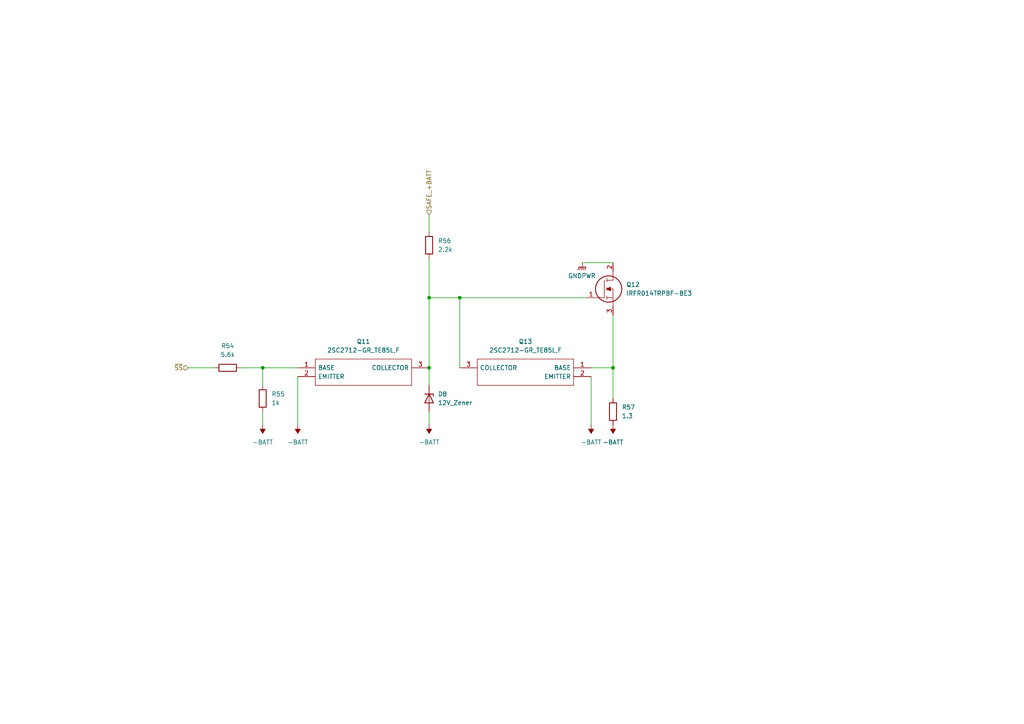
<source format=kicad_sch>
(kicad_sch
	(version 20231120)
	(generator "eeschema")
	(generator_version "8.0")
	(uuid "e741f8a5-9519-43a7-b27f-9360360ce858")
	(paper "A4")
	(lib_symbols
		(symbol "Device:D_Zener"
			(pin_numbers hide)
			(pin_names
				(offset 1.016) hide)
			(exclude_from_sim no)
			(in_bom yes)
			(on_board yes)
			(property "Reference" "D"
				(at 0 2.54 0)
				(effects
					(font
						(size 1.27 1.27)
					)
				)
			)
			(property "Value" "D_Zener"
				(at 0 -2.54 0)
				(effects
					(font
						(size 1.27 1.27)
					)
				)
			)
			(property "Footprint" ""
				(at 0 0 0)
				(effects
					(font
						(size 1.27 1.27)
					)
					(hide yes)
				)
			)
			(property "Datasheet" "~"
				(at 0 0 0)
				(effects
					(font
						(size 1.27 1.27)
					)
					(hide yes)
				)
			)
			(property "Description" "Zener diode"
				(at 0 0 0)
				(effects
					(font
						(size 1.27 1.27)
					)
					(hide yes)
				)
			)
			(property "ki_keywords" "diode"
				(at 0 0 0)
				(effects
					(font
						(size 1.27 1.27)
					)
					(hide yes)
				)
			)
			(property "ki_fp_filters" "TO-???* *_Diode_* *SingleDiode* D_*"
				(at 0 0 0)
				(effects
					(font
						(size 1.27 1.27)
					)
					(hide yes)
				)
			)
			(symbol "D_Zener_0_1"
				(polyline
					(pts
						(xy 1.27 0) (xy -1.27 0)
					)
					(stroke
						(width 0)
						(type default)
					)
					(fill
						(type none)
					)
				)
				(polyline
					(pts
						(xy -1.27 -1.27) (xy -1.27 1.27) (xy -0.762 1.27)
					)
					(stroke
						(width 0.254)
						(type default)
					)
					(fill
						(type none)
					)
				)
				(polyline
					(pts
						(xy 1.27 -1.27) (xy 1.27 1.27) (xy -1.27 0) (xy 1.27 -1.27)
					)
					(stroke
						(width 0.254)
						(type default)
					)
					(fill
						(type none)
					)
				)
			)
			(symbol "D_Zener_1_1"
				(pin passive line
					(at -3.81 0 0)
					(length 2.54)
					(name "K"
						(effects
							(font
								(size 1.27 1.27)
							)
						)
					)
					(number "1"
						(effects
							(font
								(size 1.27 1.27)
							)
						)
					)
				)
				(pin passive line
					(at 3.81 0 180)
					(length 2.54)
					(name "A"
						(effects
							(font
								(size 1.27 1.27)
							)
						)
					)
					(number "2"
						(effects
							(font
								(size 1.27 1.27)
							)
						)
					)
				)
			)
		)
		(symbol "Device:R"
			(pin_numbers hide)
			(pin_names
				(offset 0)
			)
			(exclude_from_sim no)
			(in_bom yes)
			(on_board yes)
			(property "Reference" "R"
				(at 2.032 0 90)
				(effects
					(font
						(size 1.27 1.27)
					)
				)
			)
			(property "Value" "R"
				(at 0 0 90)
				(effects
					(font
						(size 1.27 1.27)
					)
				)
			)
			(property "Footprint" ""
				(at -1.778 0 90)
				(effects
					(font
						(size 1.27 1.27)
					)
					(hide yes)
				)
			)
			(property "Datasheet" "~"
				(at 0 0 0)
				(effects
					(font
						(size 1.27 1.27)
					)
					(hide yes)
				)
			)
			(property "Description" "Resistor"
				(at 0 0 0)
				(effects
					(font
						(size 1.27 1.27)
					)
					(hide yes)
				)
			)
			(property "ki_keywords" "R res resistor"
				(at 0 0 0)
				(effects
					(font
						(size 1.27 1.27)
					)
					(hide yes)
				)
			)
			(property "ki_fp_filters" "R_*"
				(at 0 0 0)
				(effects
					(font
						(size 1.27 1.27)
					)
					(hide yes)
				)
			)
			(symbol "R_0_1"
				(rectangle
					(start -1.016 -2.54)
					(end 1.016 2.54)
					(stroke
						(width 0.254)
						(type default)
					)
					(fill
						(type none)
					)
				)
			)
			(symbol "R_1_1"
				(pin passive line
					(at 0 3.81 270)
					(length 1.27)
					(name "~"
						(effects
							(font
								(size 1.27 1.27)
							)
						)
					)
					(number "1"
						(effects
							(font
								(size 1.27 1.27)
							)
						)
					)
				)
				(pin passive line
					(at 0 -3.81 90)
					(length 1.27)
					(name "~"
						(effects
							(font
								(size 1.27 1.27)
							)
						)
					)
					(number "2"
						(effects
							(font
								(size 1.27 1.27)
							)
						)
					)
				)
			)
		)
		(symbol "SamacSys_Parts:2SC2712-GR_TE85L,F"
			(pin_names
				(offset 0.762)
			)
			(exclude_from_sim no)
			(in_bom yes)
			(on_board yes)
			(property "Reference" "Q"
				(at 34.29 7.62 0)
				(effects
					(font
						(size 1.27 1.27)
					)
					(justify left)
				)
			)
			(property "Value" "2SC2712-GR_TE85L,F"
				(at 34.29 5.08 0)
				(effects
					(font
						(size 1.27 1.27)
					)
					(justify left)
				)
			)
			(property "Footprint" "SOT95P260X156-3N"
				(at 34.29 2.54 0)
				(effects
					(font
						(size 1.27 1.27)
					)
					(justify left)
					(hide yes)
				)
			)
			(property "Datasheet" "https://toshiba.semicon-storage.com/info/docget.jsp?did=19227&prodName=2SC2712"
				(at 34.29 0 0)
				(effects
					(font
						(size 1.27 1.27)
					)
					(justify left)
					(hide yes)
				)
			)
			(property "Description" "Bipolar Transistors - BJT 150mA 50V"
				(at 0 0 0)
				(effects
					(font
						(size 1.27 1.27)
					)
					(hide yes)
				)
			)
			(property "Description_1" "Bipolar Transistors - BJT 150mA 50V"
				(at 34.29 -2.54 0)
				(effects
					(font
						(size 1.27 1.27)
					)
					(justify left)
					(hide yes)
				)
			)
			(property "Height" "1.56"
				(at 34.29 -5.08 0)
				(effects
					(font
						(size 1.27 1.27)
					)
					(justify left)
					(hide yes)
				)
			)
			(property "Manufacturer_Name" "Toshiba"
				(at 34.29 -7.62 0)
				(effects
					(font
						(size 1.27 1.27)
					)
					(justify left)
					(hide yes)
				)
			)
			(property "Manufacturer_Part_Number" "2SC2712-GR(TE85L,F"
				(at 34.29 -10.16 0)
				(effects
					(font
						(size 1.27 1.27)
					)
					(justify left)
					(hide yes)
				)
			)
			(property "Mouser Part Number" "757-2SC2712-GRTE85LF"
				(at 34.29 -12.7 0)
				(effects
					(font
						(size 1.27 1.27)
					)
					(justify left)
					(hide yes)
				)
			)
			(property "Mouser Price/Stock" "https://www.mouser.co.uk/ProductDetail/Toshiba/2SC2712-GRTE85LF?qs=f0GatGUIxV0SO9AeNG4Chw%3D%3D"
				(at 34.29 -15.24 0)
				(effects
					(font
						(size 1.27 1.27)
					)
					(justify left)
					(hide yes)
				)
			)
			(property "Arrow Part Number" "2SC2712-GR(TE85L,F"
				(at 34.29 -17.78 0)
				(effects
					(font
						(size 1.27 1.27)
					)
					(justify left)
					(hide yes)
				)
			)
			(property "Arrow Price/Stock" "https://www.arrow.com/en/products/2sc2712-gr-te85lf/toshiba?region=nac"
				(at 34.29 -20.32 0)
				(effects
					(font
						(size 1.27 1.27)
					)
					(justify left)
					(hide yes)
				)
			)
			(symbol "2SC2712-GR_TE85L,F_0_0"
				(pin passive line
					(at 0 0 0)
					(length 5.08)
					(name "BASE"
						(effects
							(font
								(size 1.27 1.27)
							)
						)
					)
					(number "1"
						(effects
							(font
								(size 1.27 1.27)
							)
						)
					)
				)
				(pin passive line
					(at 0 -2.54 0)
					(length 5.08)
					(name "EMITTER"
						(effects
							(font
								(size 1.27 1.27)
							)
						)
					)
					(number "2"
						(effects
							(font
								(size 1.27 1.27)
							)
						)
					)
				)
				(pin passive line
					(at 38.1 0 180)
					(length 5.08)
					(name "COLLECTOR"
						(effects
							(font
								(size 1.27 1.27)
							)
						)
					)
					(number "3"
						(effects
							(font
								(size 1.27 1.27)
							)
						)
					)
				)
			)
			(symbol "2SC2712-GR_TE85L,F_0_1"
				(polyline
					(pts
						(xy 5.08 2.54) (xy 33.02 2.54) (xy 33.02 -5.08) (xy 5.08 -5.08) (xy 5.08 2.54)
					)
					(stroke
						(width 0.1524)
						(type solid)
					)
					(fill
						(type none)
					)
				)
			)
		)
		(symbol "SamacSys_Parts:IRFR014TRPBF-BE3"
			(pin_names
				(offset 0.762)
			)
			(exclude_from_sim no)
			(in_bom yes)
			(on_board yes)
			(property "Reference" "Q"
				(at 11.43 3.81 0)
				(effects
					(font
						(size 1.27 1.27)
					)
					(justify left)
				)
			)
			(property "Value" "IRFR014TRPBF-BE3"
				(at 11.43 1.27 0)
				(effects
					(font
						(size 1.27 1.27)
					)
					(justify left)
				)
			)
			(property "Footprint" "IRFR014TRPBFBE3"
				(at 11.43 -1.27 0)
				(effects
					(font
						(size 1.27 1.27)
					)
					(justify left)
					(hide yes)
				)
			)
			(property "Datasheet" "https://www.vishay.com/docs/91263/sihfr014.pdf"
				(at 11.43 -3.81 0)
				(effects
					(font
						(size 1.27 1.27)
					)
					(justify left)
					(hide yes)
				)
			)
			(property "Description" "MOSFET 60V  N-CHANNEL"
				(at 0 0 0)
				(effects
					(font
						(size 1.27 1.27)
					)
					(hide yes)
				)
			)
			(property "Description_1" "MOSFET 60V  N-CHANNEL"
				(at 11.43 -6.35 0)
				(effects
					(font
						(size 1.27 1.27)
					)
					(justify left)
					(hide yes)
				)
			)
			(property "Height" "2.507"
				(at 11.43 -8.89 0)
				(effects
					(font
						(size 1.27 1.27)
					)
					(justify left)
					(hide yes)
				)
			)
			(property "Manufacturer_Name" "Vishay"
				(at 11.43 -11.43 0)
				(effects
					(font
						(size 1.27 1.27)
					)
					(justify left)
					(hide yes)
				)
			)
			(property "Manufacturer_Part_Number" "IRFR014TRPBF-BE3"
				(at 11.43 -13.97 0)
				(effects
					(font
						(size 1.27 1.27)
					)
					(justify left)
					(hide yes)
				)
			)
			(property "Mouser Part Number" "78-IRFR014TRPBF-BE3"
				(at 11.43 -16.51 0)
				(effects
					(font
						(size 1.27 1.27)
					)
					(justify left)
					(hide yes)
				)
			)
			(property "Mouser Price/Stock" "https://www.mouser.co.uk/ProductDetail/Vishay-Siliconix/IRFR014TRPBF-BE3?qs=7MVldsJ5UaxgWaRO4gEQGA%3D%3D"
				(at 11.43 -19.05 0)
				(effects
					(font
						(size 1.27 1.27)
					)
					(justify left)
					(hide yes)
				)
			)
			(property "Arrow Part Number" "IRFR014TRPBF-BE3"
				(at 11.43 -21.59 0)
				(effects
					(font
						(size 1.27 1.27)
					)
					(justify left)
					(hide yes)
				)
			)
			(property "Arrow Price/Stock" "https://www.arrow.com/en/products/irfr014trpbf-be3/vishay"
				(at 11.43 -24.13 0)
				(effects
					(font
						(size 1.27 1.27)
					)
					(justify left)
					(hide yes)
				)
			)
			(symbol "IRFR014TRPBF-BE3_0_0"
				(pin passive line
					(at 0 0 0)
					(length 2.54)
					(name "~"
						(effects
							(font
								(size 1.27 1.27)
							)
						)
					)
					(number "1"
						(effects
							(font
								(size 1.27 1.27)
							)
						)
					)
				)
				(pin passive line
					(at 7.62 10.16 270)
					(length 2.54)
					(name "~"
						(effects
							(font
								(size 1.27 1.27)
							)
						)
					)
					(number "2"
						(effects
							(font
								(size 1.27 1.27)
							)
						)
					)
				)
				(pin passive line
					(at 7.62 -5.08 90)
					(length 2.54)
					(name "~"
						(effects
							(font
								(size 1.27 1.27)
							)
						)
					)
					(number "3"
						(effects
							(font
								(size 1.27 1.27)
							)
						)
					)
				)
			)
			(symbol "IRFR014TRPBF-BE3_0_1"
				(polyline
					(pts
						(xy 5.842 -0.508) (xy 5.842 0.508)
					)
					(stroke
						(width 0.1524)
						(type solid)
					)
					(fill
						(type none)
					)
				)
				(polyline
					(pts
						(xy 5.842 0) (xy 7.62 0)
					)
					(stroke
						(width 0.1524)
						(type solid)
					)
					(fill
						(type none)
					)
				)
				(polyline
					(pts
						(xy 5.842 2.032) (xy 5.842 3.048)
					)
					(stroke
						(width 0.1524)
						(type solid)
					)
					(fill
						(type none)
					)
				)
				(polyline
					(pts
						(xy 5.842 5.588) (xy 5.842 4.572)
					)
					(stroke
						(width 0.1524)
						(type solid)
					)
					(fill
						(type none)
					)
				)
				(polyline
					(pts
						(xy 7.62 2.54) (xy 5.842 2.54)
					)
					(stroke
						(width 0.1524)
						(type solid)
					)
					(fill
						(type none)
					)
				)
				(polyline
					(pts
						(xy 7.62 2.54) (xy 7.62 -2.54)
					)
					(stroke
						(width 0.1524)
						(type solid)
					)
					(fill
						(type none)
					)
				)
				(polyline
					(pts
						(xy 7.62 5.08) (xy 5.842 5.08)
					)
					(stroke
						(width 0.1524)
						(type solid)
					)
					(fill
						(type none)
					)
				)
				(polyline
					(pts
						(xy 7.62 5.08) (xy 7.62 7.62)
					)
					(stroke
						(width 0.1524)
						(type solid)
					)
					(fill
						(type none)
					)
				)
				(polyline
					(pts
						(xy 2.54 0) (xy 5.08 0) (xy 5.08 5.08)
					)
					(stroke
						(width 0.1524)
						(type solid)
					)
					(fill
						(type none)
					)
				)
				(polyline
					(pts
						(xy 5.842 2.54) (xy 6.858 3.048) (xy 6.858 2.032) (xy 5.842 2.54)
					)
					(stroke
						(width 0.254)
						(type solid)
					)
					(fill
						(type outline)
					)
				)
				(circle
					(center 6.35 2.54)
					(radius 3.81)
					(stroke
						(width 0.254)
						(type solid)
					)
					(fill
						(type none)
					)
				)
			)
		)
		(symbol "power:-BATT"
			(power)
			(pin_numbers hide)
			(pin_names
				(offset 0) hide)
			(exclude_from_sim no)
			(in_bom yes)
			(on_board yes)
			(property "Reference" "#PWR"
				(at 0 -3.81 0)
				(effects
					(font
						(size 1.27 1.27)
					)
					(hide yes)
				)
			)
			(property "Value" "-BATT"
				(at 0 3.556 0)
				(effects
					(font
						(size 1.27 1.27)
					)
				)
			)
			(property "Footprint" ""
				(at 0 0 0)
				(effects
					(font
						(size 1.27 1.27)
					)
					(hide yes)
				)
			)
			(property "Datasheet" ""
				(at 0 0 0)
				(effects
					(font
						(size 1.27 1.27)
					)
					(hide yes)
				)
			)
			(property "Description" "Power symbol creates a global label with name \"-BATT\""
				(at 0 0 0)
				(effects
					(font
						(size 1.27 1.27)
					)
					(hide yes)
				)
			)
			(property "ki_keywords" "global power battery"
				(at 0 0 0)
				(effects
					(font
						(size 1.27 1.27)
					)
					(hide yes)
				)
			)
			(symbol "-BATT_0_1"
				(polyline
					(pts
						(xy 0 0) (xy 0 2.54)
					)
					(stroke
						(width 0)
						(type default)
					)
					(fill
						(type none)
					)
				)
				(polyline
					(pts
						(xy 0.762 1.27) (xy -0.762 1.27) (xy 0 2.54) (xy 0.762 1.27)
					)
					(stroke
						(width 0)
						(type default)
					)
					(fill
						(type outline)
					)
				)
			)
			(symbol "-BATT_1_1"
				(pin power_in line
					(at 0 0 90)
					(length 0)
					(name "~"
						(effects
							(font
								(size 1.27 1.27)
							)
						)
					)
					(number "1"
						(effects
							(font
								(size 1.27 1.27)
							)
						)
					)
				)
			)
		)
		(symbol "power:GNDPWR"
			(power)
			(pin_numbers hide)
			(pin_names
				(offset 0) hide)
			(exclude_from_sim no)
			(in_bom yes)
			(on_board yes)
			(property "Reference" "#PWR"
				(at 0 -5.08 0)
				(effects
					(font
						(size 1.27 1.27)
					)
					(hide yes)
				)
			)
			(property "Value" "GNDPWR"
				(at 0 -3.302 0)
				(effects
					(font
						(size 1.27 1.27)
					)
				)
			)
			(property "Footprint" ""
				(at 0 -1.27 0)
				(effects
					(font
						(size 1.27 1.27)
					)
					(hide yes)
				)
			)
			(property "Datasheet" ""
				(at 0 -1.27 0)
				(effects
					(font
						(size 1.27 1.27)
					)
					(hide yes)
				)
			)
			(property "Description" "Power symbol creates a global label with name \"GNDPWR\" , global ground"
				(at 0 0 0)
				(effects
					(font
						(size 1.27 1.27)
					)
					(hide yes)
				)
			)
			(property "ki_keywords" "global ground"
				(at 0 0 0)
				(effects
					(font
						(size 1.27 1.27)
					)
					(hide yes)
				)
			)
			(symbol "GNDPWR_0_1"
				(polyline
					(pts
						(xy 0 -1.27) (xy 0 0)
					)
					(stroke
						(width 0)
						(type default)
					)
					(fill
						(type none)
					)
				)
				(polyline
					(pts
						(xy -1.016 -1.27) (xy -1.27 -2.032) (xy -1.27 -2.032)
					)
					(stroke
						(width 0.2032)
						(type default)
					)
					(fill
						(type none)
					)
				)
				(polyline
					(pts
						(xy -0.508 -1.27) (xy -0.762 -2.032) (xy -0.762 -2.032)
					)
					(stroke
						(width 0.2032)
						(type default)
					)
					(fill
						(type none)
					)
				)
				(polyline
					(pts
						(xy 0 -1.27) (xy -0.254 -2.032) (xy -0.254 -2.032)
					)
					(stroke
						(width 0.2032)
						(type default)
					)
					(fill
						(type none)
					)
				)
				(polyline
					(pts
						(xy 0.508 -1.27) (xy 0.254 -2.032) (xy 0.254 -2.032)
					)
					(stroke
						(width 0.2032)
						(type default)
					)
					(fill
						(type none)
					)
				)
				(polyline
					(pts
						(xy 1.016 -1.27) (xy -1.016 -1.27) (xy -1.016 -1.27)
					)
					(stroke
						(width 0.2032)
						(type default)
					)
					(fill
						(type none)
					)
				)
				(polyline
					(pts
						(xy 1.016 -1.27) (xy 0.762 -2.032) (xy 0.762 -2.032) (xy 0.762 -2.032)
					)
					(stroke
						(width 0.2032)
						(type default)
					)
					(fill
						(type none)
					)
				)
			)
			(symbol "GNDPWR_1_1"
				(pin power_in line
					(at 0 0 270)
					(length 0)
					(name "~"
						(effects
							(font
								(size 1.27 1.27)
							)
						)
					)
					(number "1"
						(effects
							(font
								(size 1.27 1.27)
							)
						)
					)
				)
			)
		)
	)
	(junction
		(at 124.46 86.36)
		(diameter 0)
		(color 0 0 0 0)
		(uuid "05b3695b-d1d2-4af1-91c7-ce342330c80d")
	)
	(junction
		(at 76.2 106.68)
		(diameter 0)
		(color 0 0 0 0)
		(uuid "48e859ff-b983-4a00-9452-f7c57080b6ac")
	)
	(junction
		(at 177.8 106.68)
		(diameter 0)
		(color 0 0 0 0)
		(uuid "bc48db42-ddf0-4841-ac8a-45959242c524")
	)
	(junction
		(at 124.46 106.68)
		(diameter 0)
		(color 0 0 0 0)
		(uuid "bd9c8eef-d630-4558-98db-44459fa4ebc7")
	)
	(junction
		(at 133.35 86.36)
		(diameter 0)
		(color 0 0 0 0)
		(uuid "ed01d8d1-c864-4f74-8a9a-169f914c5871")
	)
	(wire
		(pts
			(xy 133.35 86.36) (xy 133.35 106.68)
		)
		(stroke
			(width 0)
			(type default)
		)
		(uuid "0eea3182-0882-4047-ae72-aeefcbdb378f")
	)
	(wire
		(pts
			(xy 76.2 106.68) (xy 76.2 111.76)
		)
		(stroke
			(width 0)
			(type default)
		)
		(uuid "19641843-42c8-4302-8b86-3cb761910c88")
	)
	(wire
		(pts
			(xy 124.46 62.23) (xy 124.46 67.31)
		)
		(stroke
			(width 0)
			(type default)
		)
		(uuid "1a3418e5-6ed5-428e-8a3a-23f35bed833e")
	)
	(wire
		(pts
			(xy 177.8 106.68) (xy 177.8 115.57)
		)
		(stroke
			(width 0)
			(type default)
		)
		(uuid "3b68a905-d700-48c7-8cbd-c88f21f4ceba")
	)
	(wire
		(pts
			(xy 86.36 109.22) (xy 86.36 123.19)
		)
		(stroke
			(width 0)
			(type default)
		)
		(uuid "3fb07f16-26fd-4bbc-8c53-c154ee706cce")
	)
	(wire
		(pts
			(xy 76.2 106.68) (xy 86.36 106.68)
		)
		(stroke
			(width 0)
			(type default)
		)
		(uuid "587fbaeb-abc4-45c1-9e38-81e0677e0dd3")
	)
	(wire
		(pts
			(xy 177.8 91.44) (xy 177.8 106.68)
		)
		(stroke
			(width 0)
			(type default)
		)
		(uuid "5902878d-e27b-48ab-93b3-e24ac672b5c4")
	)
	(wire
		(pts
			(xy 171.45 106.68) (xy 177.8 106.68)
		)
		(stroke
			(width 0)
			(type default)
		)
		(uuid "7107ba45-951d-413e-9601-15946ee7c6c7")
	)
	(wire
		(pts
			(xy 124.46 74.93) (xy 124.46 86.36)
		)
		(stroke
			(width 0)
			(type default)
		)
		(uuid "86ff3ccb-777e-4d2a-a811-4f3010fb92f8")
	)
	(wire
		(pts
			(xy 168.91 76.2) (xy 177.8 76.2)
		)
		(stroke
			(width 0)
			(type default)
		)
		(uuid "95909ec8-858e-4f34-94a5-d2a5de44d0f8")
	)
	(wire
		(pts
			(xy 124.46 86.36) (xy 124.46 106.68)
		)
		(stroke
			(width 0)
			(type default)
		)
		(uuid "98b902d6-c0b0-4dfe-8fa1-33b41ef8d829")
	)
	(wire
		(pts
			(xy 69.85 106.68) (xy 76.2 106.68)
		)
		(stroke
			(width 0)
			(type default)
		)
		(uuid "b85db7b8-993c-4c86-b6a2-389dcd0fb77f")
	)
	(wire
		(pts
			(xy 133.35 86.36) (xy 170.18 86.36)
		)
		(stroke
			(width 0)
			(type default)
		)
		(uuid "c5ddf388-b785-4163-a04e-29462ff8b3a9")
	)
	(wire
		(pts
			(xy 54.61 106.68) (xy 62.23 106.68)
		)
		(stroke
			(width 0)
			(type default)
		)
		(uuid "d25c7c7a-908b-4cb5-8e8d-8269d10d1596")
	)
	(wire
		(pts
			(xy 124.46 106.68) (xy 124.46 111.76)
		)
		(stroke
			(width 0)
			(type default)
		)
		(uuid "ea921560-1f27-4d2d-83ac-efe0d6ab0643")
	)
	(wire
		(pts
			(xy 124.46 119.38) (xy 124.46 123.19)
		)
		(stroke
			(width 0)
			(type default)
		)
		(uuid "eabacc73-a616-45d2-9746-ed0f65175ac6")
	)
	(wire
		(pts
			(xy 171.45 109.22) (xy 171.45 123.19)
		)
		(stroke
			(width 0)
			(type default)
		)
		(uuid "f83ce8e3-d577-4a2f-8e55-ecd728ab894d")
	)
	(wire
		(pts
			(xy 76.2 119.38) (xy 76.2 123.19)
		)
		(stroke
			(width 0)
			(type default)
		)
		(uuid "fe1e1798-dc7b-4603-a5d5-fae8f9f94d12")
	)
	(wire
		(pts
			(xy 124.46 86.36) (xy 133.35 86.36)
		)
		(stroke
			(width 0)
			(type default)
		)
		(uuid "fec064c3-fb84-43bf-bcbd-3d27b765415e")
	)
	(hierarchical_label "SAFE_+BATT"
		(shape input)
		(at 124.46 62.23 90)
		(fields_autoplaced yes)
		(effects
			(font
				(size 1.27 1.27)
			)
			(justify left)
		)
		(uuid "011083c4-ffb3-4f19-bdf5-4e42986ea343")
	)
	(hierarchical_label "~{SS}"
		(shape input)
		(at 54.61 106.68 180)
		(fields_autoplaced yes)
		(effects
			(font
				(size 1.27 1.27)
			)
			(justify right)
		)
		(uuid "5b3bd0f6-1f15-4020-a7d6-a683e76f25d0")
	)
	(symbol
		(lib_id "Device:R")
		(at 177.8 119.38 0)
		(unit 1)
		(exclude_from_sim no)
		(in_bom yes)
		(on_board yes)
		(dnp no)
		(fields_autoplaced yes)
		(uuid "0166921a-af74-4642-a145-5d1a3b7756c1")
		(property "Reference" "R57"
			(at 180.34 118.1099 0)
			(effects
				(font
					(size 1.27 1.27)
				)
				(justify left)
			)
		)
		(property "Value" "1.3"
			(at 180.34 120.6499 0)
			(effects
				(font
					(size 1.27 1.27)
				)
				(justify left)
			)
		)
		(property "Footprint" "Resistor_SMD:R_1206_3216Metric"
			(at 176.022 119.38 90)
			(effects
				(font
					(size 1.27 1.27)
				)
				(hide yes)
			)
		)
		(property "Datasheet" "~"
			(at 177.8 119.38 0)
			(effects
				(font
					(size 1.27 1.27)
				)
				(hide yes)
			)
		)
		(property "Description" "Resistor"
			(at 177.8 119.38 0)
			(effects
				(font
					(size 1.27 1.27)
				)
				(hide yes)
			)
		)
		(property "JLCPCB Parts#" ""
			(at 177.8 119.38 0)
			(effects
				(font
					(size 1.27 1.27)
				)
				(hide yes)
			)
		)
		(pin "2"
			(uuid "67f0e6f8-d88a-4ca8-bdef-c3e3ff386fef")
		)
		(pin "1"
			(uuid "a461b72f-894b-4827-8af4-368027ccb553")
		)
		(instances
			(project "chibarobo_board_2024"
				(path "/7933aef9-9608-4ce1-b0d8-a4ffd3b998e4/a3ca3e3d-7f11-4e5a-900e-b192a8343e04/fef27ad3-eae6-49bb-8c5d-9629d20c8dec"
					(reference "R57")
					(unit 1)
				)
			)
		)
	)
	(symbol
		(lib_id "SamacSys_Parts:IRFR014TRPBF-BE3")
		(at 170.18 86.36 0)
		(unit 1)
		(exclude_from_sim no)
		(in_bom yes)
		(on_board yes)
		(dnp no)
		(fields_autoplaced yes)
		(uuid "02d651f3-ae9b-459d-9b89-bc2e0fcf5f4c")
		(property "Reference" "Q12"
			(at 181.61 82.5499 0)
			(effects
				(font
					(size 1.27 1.27)
				)
				(justify left)
			)
		)
		(property "Value" "IRFR014TRPBF-BE3"
			(at 181.61 85.0899 0)
			(effects
				(font
					(size 1.27 1.27)
				)
				(justify left)
			)
		)
		(property "Footprint" "SamacSys_Parts:IRFR014TRPBFBE3"
			(at 181.61 87.63 0)
			(effects
				(font
					(size 1.27 1.27)
				)
				(justify left)
				(hide yes)
			)
		)
		(property "Datasheet" "https://www.vishay.com/docs/91263/sihfr014.pdf"
			(at 181.61 90.17 0)
			(effects
				(font
					(size 1.27 1.27)
				)
				(justify left)
				(hide yes)
			)
		)
		(property "Description" "MOSFET 60V  N-CHANNEL"
			(at 170.18 86.36 0)
			(effects
				(font
					(size 1.27 1.27)
				)
				(hide yes)
			)
		)
		(property "Description_1" "MOSFET 60V  N-CHANNEL"
			(at 181.61 92.71 0)
			(effects
				(font
					(size 1.27 1.27)
				)
				(justify left)
				(hide yes)
			)
		)
		(property "Height" "2.507"
			(at 181.61 95.25 0)
			(effects
				(font
					(size 1.27 1.27)
				)
				(justify left)
				(hide yes)
			)
		)
		(property "Manufacturer_Name" "Vishay"
			(at 181.61 97.79 0)
			(effects
				(font
					(size 1.27 1.27)
				)
				(justify left)
				(hide yes)
			)
		)
		(property "Manufacturer_Part_Number" "IRFR014TRPBF-BE3"
			(at 181.61 100.33 0)
			(effects
				(font
					(size 1.27 1.27)
				)
				(justify left)
				(hide yes)
			)
		)
		(property "Mouser Part Number" "78-IRFR014TRPBF-BE3"
			(at 181.61 102.87 0)
			(effects
				(font
					(size 1.27 1.27)
				)
				(justify left)
				(hide yes)
			)
		)
		(property "Mouser Price/Stock" "https://www.mouser.co.uk/ProductDetail/Vishay-Siliconix/IRFR014TRPBF-BE3?qs=7MVldsJ5UaxgWaRO4gEQGA%3D%3D"
			(at 181.61 105.41 0)
			(effects
				(font
					(size 1.27 1.27)
				)
				(justify left)
				(hide yes)
			)
		)
		(property "Arrow Part Number" "IRFR014TRPBF-BE3"
			(at 181.61 107.95 0)
			(effects
				(font
					(size 1.27 1.27)
				)
				(justify left)
				(hide yes)
			)
		)
		(property "Arrow Price/Stock" "https://www.arrow.com/en/products/irfr014trpbf-be3/vishay"
			(at 181.61 110.49 0)
			(effects
				(font
					(size 1.27 1.27)
				)
				(justify left)
				(hide yes)
			)
		)
		(property "JLCPCB Parts#" ""
			(at 170.18 86.36 0)
			(effects
				(font
					(size 1.27 1.27)
				)
				(hide yes)
			)
		)
		(pin "1"
			(uuid "17bb9951-18f7-48ce-9ce0-21da263bf598")
		)
		(pin "2"
			(uuid "2b37b463-b109-4e11-a9e5-df48001c37f7")
		)
		(pin "3"
			(uuid "f51f85bd-4883-4009-a986-9a4fc361317d")
		)
		(instances
			(project ""
				(path "/7933aef9-9608-4ce1-b0d8-a4ffd3b998e4/a3ca3e3d-7f11-4e5a-900e-b192a8343e04/fef27ad3-eae6-49bb-8c5d-9629d20c8dec"
					(reference "Q12")
					(unit 1)
				)
			)
		)
	)
	(symbol
		(lib_id "SamacSys_Parts:2SC2712-GR_TE85L,F")
		(at 86.36 106.68 0)
		(unit 1)
		(exclude_from_sim no)
		(in_bom yes)
		(on_board yes)
		(dnp no)
		(fields_autoplaced yes)
		(uuid "036a864c-6716-4958-816a-5dae005443ad")
		(property "Reference" "Q11"
			(at 105.41 99.06 0)
			(effects
				(font
					(size 1.27 1.27)
				)
			)
		)
		(property "Value" "2SC2712-GR_TE85L,F"
			(at 105.41 101.6 0)
			(effects
				(font
					(size 1.27 1.27)
				)
			)
		)
		(property "Footprint" "SamacSys_Parts:SOT95P260X156-3N"
			(at 120.65 104.14 0)
			(effects
				(font
					(size 1.27 1.27)
				)
				(justify left)
				(hide yes)
			)
		)
		(property "Datasheet" "https://toshiba.semicon-storage.com/info/docget.jsp?did=19227&prodName=2SC2712"
			(at 120.65 106.68 0)
			(effects
				(font
					(size 1.27 1.27)
				)
				(justify left)
				(hide yes)
			)
		)
		(property "Description" "Bipolar Transistors - BJT 150mA 50V"
			(at 86.36 106.68 0)
			(effects
				(font
					(size 1.27 1.27)
				)
				(hide yes)
			)
		)
		(property "Description_1" "Bipolar Transistors - BJT 150mA 50V"
			(at 120.65 109.22 0)
			(effects
				(font
					(size 1.27 1.27)
				)
				(justify left)
				(hide yes)
			)
		)
		(property "Height" "1.56"
			(at 120.65 111.76 0)
			(effects
				(font
					(size 1.27 1.27)
				)
				(justify left)
				(hide yes)
			)
		)
		(property "Manufacturer_Name" "Toshiba"
			(at 120.65 114.3 0)
			(effects
				(font
					(size 1.27 1.27)
				)
				(justify left)
				(hide yes)
			)
		)
		(property "Manufacturer_Part_Number" "2SC2712-GR(TE85L,F"
			(at 120.65 116.84 0)
			(effects
				(font
					(size 1.27 1.27)
				)
				(justify left)
				(hide yes)
			)
		)
		(property "Mouser Part Number" "757-2SC2712-GRTE85LF"
			(at 120.65 119.38 0)
			(effects
				(font
					(size 1.27 1.27)
				)
				(justify left)
				(hide yes)
			)
		)
		(property "Mouser Price/Stock" "https://www.mouser.co.uk/ProductDetail/Toshiba/2SC2712-GRTE85LF?qs=f0GatGUIxV0SO9AeNG4Chw%3D%3D"
			(at 120.65 121.92 0)
			(effects
				(font
					(size 1.27 1.27)
				)
				(justify left)
				(hide yes)
			)
		)
		(property "Arrow Part Number" "2SC2712-GR(TE85L,F"
			(at 120.65 124.46 0)
			(effects
				(font
					(size 1.27 1.27)
				)
				(justify left)
				(hide yes)
			)
		)
		(property "Arrow Price/Stock" "https://www.arrow.com/en/products/2sc2712-gr-te85lf/toshiba?region=nac"
			(at 120.65 127 0)
			(effects
				(font
					(size 1.27 1.27)
				)
				(justify left)
				(hide yes)
			)
		)
		(property "JLCPCB Parts#" "C83447"
			(at 86.36 106.68 0)
			(effects
				(font
					(size 1.27 1.27)
				)
				(hide yes)
			)
		)
		(pin "2"
			(uuid "a3645836-7953-4a5d-9da0-74e5fd6c2a8c")
		)
		(pin "3"
			(uuid "aeb6e6f3-13c3-4e8d-9fda-4c8b313e902a")
		)
		(pin "1"
			(uuid "b9e2376e-7742-426b-9702-26c0850aace1")
		)
		(instances
			(project ""
				(path "/7933aef9-9608-4ce1-b0d8-a4ffd3b998e4/a3ca3e3d-7f11-4e5a-900e-b192a8343e04/fef27ad3-eae6-49bb-8c5d-9629d20c8dec"
					(reference "Q11")
					(unit 1)
				)
			)
		)
	)
	(symbol
		(lib_id "Device:R")
		(at 76.2 115.57 0)
		(unit 1)
		(exclude_from_sim no)
		(in_bom yes)
		(on_board yes)
		(dnp no)
		(fields_autoplaced yes)
		(uuid "0a599d8c-e9c8-4e5f-9564-4bfedbdaa2ee")
		(property "Reference" "R55"
			(at 78.74 114.2999 0)
			(effects
				(font
					(size 1.27 1.27)
				)
				(justify left)
			)
		)
		(property "Value" "1k"
			(at 78.74 116.8399 0)
			(effects
				(font
					(size 1.27 1.27)
				)
				(justify left)
			)
		)
		(property "Footprint" "Resistor_SMD:R_0603_1608Metric"
			(at 74.422 115.57 90)
			(effects
				(font
					(size 1.27 1.27)
				)
				(hide yes)
			)
		)
		(property "Datasheet" "~"
			(at 76.2 115.57 0)
			(effects
				(font
					(size 1.27 1.27)
				)
				(hide yes)
			)
		)
		(property "Description" "Resistor"
			(at 76.2 115.57 0)
			(effects
				(font
					(size 1.27 1.27)
				)
				(hide yes)
			)
		)
		(property "JLCPCB Parts#" ""
			(at 76.2 115.57 0)
			(effects
				(font
					(size 1.27 1.27)
				)
				(hide yes)
			)
		)
		(pin "1"
			(uuid "7ae00e98-336c-4c99-8130-ba8b4804d648")
		)
		(pin "2"
			(uuid "677f9037-7401-470d-98af-64f4ea9bd1e8")
		)
		(instances
			(project ""
				(path "/7933aef9-9608-4ce1-b0d8-a4ffd3b998e4/a3ca3e3d-7f11-4e5a-900e-b192a8343e04/fef27ad3-eae6-49bb-8c5d-9629d20c8dec"
					(reference "R55")
					(unit 1)
				)
			)
		)
	)
	(symbol
		(lib_id "power:-BATT")
		(at 76.2 123.19 180)
		(unit 1)
		(exclude_from_sim no)
		(in_bom yes)
		(on_board yes)
		(dnp no)
		(fields_autoplaced yes)
		(uuid "1213da07-702f-4325-8f12-066df221ee65")
		(property "Reference" "#PWR092"
			(at 76.2 119.38 0)
			(effects
				(font
					(size 1.27 1.27)
				)
				(hide yes)
			)
		)
		(property "Value" "-BATT"
			(at 76.2 128.27 0)
			(effects
				(font
					(size 1.27 1.27)
				)
			)
		)
		(property "Footprint" ""
			(at 76.2 123.19 0)
			(effects
				(font
					(size 1.27 1.27)
				)
				(hide yes)
			)
		)
		(property "Datasheet" ""
			(at 76.2 123.19 0)
			(effects
				(font
					(size 1.27 1.27)
				)
				(hide yes)
			)
		)
		(property "Description" "Power symbol creates a global label with name \"-BATT\""
			(at 76.2 123.19 0)
			(effects
				(font
					(size 1.27 1.27)
				)
				(hide yes)
			)
		)
		(pin "1"
			(uuid "539fe573-8fe5-4b0e-a078-6fdb8cb54b18")
		)
		(instances
			(project ""
				(path "/7933aef9-9608-4ce1-b0d8-a4ffd3b998e4/a3ca3e3d-7f11-4e5a-900e-b192a8343e04/fef27ad3-eae6-49bb-8c5d-9629d20c8dec"
					(reference "#PWR092")
					(unit 1)
				)
			)
		)
	)
	(symbol
		(lib_id "SamacSys_Parts:2SC2712-GR_TE85L,F")
		(at 171.45 106.68 0)
		(mirror y)
		(unit 1)
		(exclude_from_sim no)
		(in_bom yes)
		(on_board yes)
		(dnp no)
		(uuid "38a0ed76-f48f-454c-9929-5b5f7c735662")
		(property "Reference" "Q13"
			(at 152.4 99.06 0)
			(effects
				(font
					(size 1.27 1.27)
				)
			)
		)
		(property "Value" "2SC2712-GR_TE85L,F"
			(at 152.4 101.6 0)
			(effects
				(font
					(size 1.27 1.27)
				)
			)
		)
		(property "Footprint" "SamacSys_Parts:SOT95P260X156-3N"
			(at 137.16 104.14 0)
			(effects
				(font
					(size 1.27 1.27)
				)
				(justify left)
				(hide yes)
			)
		)
		(property "Datasheet" "https://toshiba.semicon-storage.com/info/docget.jsp?did=19227&prodName=2SC2712"
			(at 137.16 106.68 0)
			(effects
				(font
					(size 1.27 1.27)
				)
				(justify left)
				(hide yes)
			)
		)
		(property "Description" "Bipolar Transistors - BJT 150mA 50V"
			(at 171.45 106.68 0)
			(effects
				(font
					(size 1.27 1.27)
				)
				(hide yes)
			)
		)
		(property "Description_1" "Bipolar Transistors - BJT 150mA 50V"
			(at 137.16 109.22 0)
			(effects
				(font
					(size 1.27 1.27)
				)
				(justify left)
				(hide yes)
			)
		)
		(property "Height" "1.56"
			(at 137.16 111.76 0)
			(effects
				(font
					(size 1.27 1.27)
				)
				(justify left)
				(hide yes)
			)
		)
		(property "Manufacturer_Name" "Toshiba"
			(at 137.16 114.3 0)
			(effects
				(font
					(size 1.27 1.27)
				)
				(justify left)
				(hide yes)
			)
		)
		(property "Manufacturer_Part_Number" "2SC2712-GR(TE85L,F"
			(at 137.16 116.84 0)
			(effects
				(font
					(size 1.27 1.27)
				)
				(justify left)
				(hide yes)
			)
		)
		(property "Mouser Part Number" "757-2SC2712-GRTE85LF"
			(at 137.16 119.38 0)
			(effects
				(font
					(size 1.27 1.27)
				)
				(justify left)
				(hide yes)
			)
		)
		(property "Mouser Price/Stock" "https://www.mouser.co.uk/ProductDetail/Toshiba/2SC2712-GRTE85LF?qs=f0GatGUIxV0SO9AeNG4Chw%3D%3D"
			(at 137.16 121.92 0)
			(effects
				(font
					(size 1.27 1.27)
				)
				(justify left)
				(hide yes)
			)
		)
		(property "Arrow Part Number" "2SC2712-GR(TE85L,F"
			(at 137.16 124.46 0)
			(effects
				(font
					(size 1.27 1.27)
				)
				(justify left)
				(hide yes)
			)
		)
		(property "Arrow Price/Stock" "https://www.arrow.com/en/products/2sc2712-gr-te85lf/toshiba?region=nac"
			(at 137.16 127 0)
			(effects
				(font
					(size 1.27 1.27)
				)
				(justify left)
				(hide yes)
			)
		)
		(property "JLCPCB Parts#" "C83447"
			(at 171.45 106.68 0)
			(effects
				(font
					(size 1.27 1.27)
				)
				(hide yes)
			)
		)
		(pin "1"
			(uuid "1ed8ab01-5962-4c61-bda5-e9ac77273ca6")
		)
		(pin "2"
			(uuid "e126117b-26a2-4fdf-9965-b18f251c2da7")
		)
		(pin "3"
			(uuid "cbdde540-3d72-450b-b61e-640dfd195b96")
		)
		(instances
			(project "chibarobo_board_2024"
				(path "/7933aef9-9608-4ce1-b0d8-a4ffd3b998e4/a3ca3e3d-7f11-4e5a-900e-b192a8343e04/fef27ad3-eae6-49bb-8c5d-9629d20c8dec"
					(reference "Q13")
					(unit 1)
				)
			)
		)
	)
	(symbol
		(lib_id "power:-BATT")
		(at 177.8 123.19 180)
		(unit 1)
		(exclude_from_sim no)
		(in_bom yes)
		(on_board yes)
		(dnp no)
		(fields_autoplaced yes)
		(uuid "69e0a384-4f04-4182-a09c-6f2025b62e70")
		(property "Reference" "#PWR097"
			(at 177.8 119.38 0)
			(effects
				(font
					(size 1.27 1.27)
				)
				(hide yes)
			)
		)
		(property "Value" "-BATT"
			(at 177.8 128.27 0)
			(effects
				(font
					(size 1.27 1.27)
				)
			)
		)
		(property "Footprint" ""
			(at 177.8 123.19 0)
			(effects
				(font
					(size 1.27 1.27)
				)
				(hide yes)
			)
		)
		(property "Datasheet" ""
			(at 177.8 123.19 0)
			(effects
				(font
					(size 1.27 1.27)
				)
				(hide yes)
			)
		)
		(property "Description" "Power symbol creates a global label with name \"-BATT\""
			(at 177.8 123.19 0)
			(effects
				(font
					(size 1.27 1.27)
				)
				(hide yes)
			)
		)
		(pin "1"
			(uuid "f972fd04-baa7-4411-b313-7a0cfd85d64d")
		)
		(instances
			(project "chibarobo_board_2024"
				(path "/7933aef9-9608-4ce1-b0d8-a4ffd3b998e4/a3ca3e3d-7f11-4e5a-900e-b192a8343e04/fef27ad3-eae6-49bb-8c5d-9629d20c8dec"
					(reference "#PWR097")
					(unit 1)
				)
			)
		)
	)
	(symbol
		(lib_id "power:-BATT")
		(at 171.45 123.19 180)
		(unit 1)
		(exclude_from_sim no)
		(in_bom yes)
		(on_board yes)
		(dnp no)
		(fields_autoplaced yes)
		(uuid "9a2ead7c-1640-4ad2-82bf-8f8162e0e48f")
		(property "Reference" "#PWR096"
			(at 171.45 119.38 0)
			(effects
				(font
					(size 1.27 1.27)
				)
				(hide yes)
			)
		)
		(property "Value" "-BATT"
			(at 171.45 128.27 0)
			(effects
				(font
					(size 1.27 1.27)
				)
			)
		)
		(property "Footprint" ""
			(at 171.45 123.19 0)
			(effects
				(font
					(size 1.27 1.27)
				)
				(hide yes)
			)
		)
		(property "Datasheet" ""
			(at 171.45 123.19 0)
			(effects
				(font
					(size 1.27 1.27)
				)
				(hide yes)
			)
		)
		(property "Description" "Power symbol creates a global label with name \"-BATT\""
			(at 171.45 123.19 0)
			(effects
				(font
					(size 1.27 1.27)
				)
				(hide yes)
			)
		)
		(pin "1"
			(uuid "2ebdcd14-b4c3-427d-b267-0c574d3cd1b3")
		)
		(instances
			(project "chibarobo_board_2024"
				(path "/7933aef9-9608-4ce1-b0d8-a4ffd3b998e4/a3ca3e3d-7f11-4e5a-900e-b192a8343e04/fef27ad3-eae6-49bb-8c5d-9629d20c8dec"
					(reference "#PWR096")
					(unit 1)
				)
			)
		)
	)
	(symbol
		(lib_id "Device:R")
		(at 66.04 106.68 90)
		(unit 1)
		(exclude_from_sim no)
		(in_bom yes)
		(on_board yes)
		(dnp no)
		(fields_autoplaced yes)
		(uuid "ac4a04cd-4b46-4eec-900c-e6f72d5a4029")
		(property "Reference" "R54"
			(at 66.04 100.33 90)
			(effects
				(font
					(size 1.27 1.27)
				)
			)
		)
		(property "Value" "5.6k"
			(at 66.04 102.87 90)
			(effects
				(font
					(size 1.27 1.27)
				)
			)
		)
		(property "Footprint" "Resistor_SMD:R_0603_1608Metric"
			(at 66.04 108.458 90)
			(effects
				(font
					(size 1.27 1.27)
				)
				(hide yes)
			)
		)
		(property "Datasheet" "~"
			(at 66.04 106.68 0)
			(effects
				(font
					(size 1.27 1.27)
				)
				(hide yes)
			)
		)
		(property "Description" "Resistor"
			(at 66.04 106.68 0)
			(effects
				(font
					(size 1.27 1.27)
				)
				(hide yes)
			)
		)
		(property "JLCPCB Parts#" ""
			(at 66.04 106.68 0)
			(effects
				(font
					(size 1.27 1.27)
				)
				(hide yes)
			)
		)
		(pin "1"
			(uuid "16bf3f8b-50bf-4d29-9289-fb1a3abe743e")
		)
		(pin "2"
			(uuid "537f24f7-bac5-4a39-b727-6aa0337d6ea7")
		)
		(instances
			(project ""
				(path "/7933aef9-9608-4ce1-b0d8-a4ffd3b998e4/a3ca3e3d-7f11-4e5a-900e-b192a8343e04/fef27ad3-eae6-49bb-8c5d-9629d20c8dec"
					(reference "R54")
					(unit 1)
				)
			)
		)
	)
	(symbol
		(lib_id "power:-BATT")
		(at 124.46 123.19 180)
		(unit 1)
		(exclude_from_sim no)
		(in_bom yes)
		(on_board yes)
		(dnp no)
		(fields_autoplaced yes)
		(uuid "dab42388-1783-403a-bf46-ed17a0d484de")
		(property "Reference" "#PWR094"
			(at 124.46 119.38 0)
			(effects
				(font
					(size 1.27 1.27)
				)
				(hide yes)
			)
		)
		(property "Value" "-BATT"
			(at 124.46 128.27 0)
			(effects
				(font
					(size 1.27 1.27)
				)
			)
		)
		(property "Footprint" ""
			(at 124.46 123.19 0)
			(effects
				(font
					(size 1.27 1.27)
				)
				(hide yes)
			)
		)
		(property "Datasheet" ""
			(at 124.46 123.19 0)
			(effects
				(font
					(size 1.27 1.27)
				)
				(hide yes)
			)
		)
		(property "Description" "Power symbol creates a global label with name \"-BATT\""
			(at 124.46 123.19 0)
			(effects
				(font
					(size 1.27 1.27)
				)
				(hide yes)
			)
		)
		(pin "1"
			(uuid "49045f25-a802-40d0-9e51-ecd81b7d70ed")
		)
		(instances
			(project ""
				(path "/7933aef9-9608-4ce1-b0d8-a4ffd3b998e4/a3ca3e3d-7f11-4e5a-900e-b192a8343e04/fef27ad3-eae6-49bb-8c5d-9629d20c8dec"
					(reference "#PWR094")
					(unit 1)
				)
			)
		)
	)
	(symbol
		(lib_id "Device:D_Zener")
		(at 124.46 115.57 270)
		(unit 1)
		(exclude_from_sim no)
		(in_bom yes)
		(on_board yes)
		(dnp no)
		(fields_autoplaced yes)
		(uuid "e3727092-dec6-4d09-9279-d9153ce5bf75")
		(property "Reference" "D8"
			(at 127 114.2999 90)
			(effects
				(font
					(size 1.27 1.27)
				)
				(justify left)
			)
		)
		(property "Value" "12V_Zener"
			(at 127 116.8399 90)
			(effects
				(font
					(size 1.27 1.27)
				)
				(justify left)
			)
		)
		(property "Footprint" "Diode_SMD:D_SOD-323"
			(at 124.46 115.57 0)
			(effects
				(font
					(size 1.27 1.27)
				)
				(hide yes)
			)
		)
		(property "Datasheet" "~"
			(at 124.46 115.57 0)
			(effects
				(font
					(size 1.27 1.27)
				)
				(hide yes)
			)
		)
		(property "Description" "Zener diode"
			(at 124.46 115.57 0)
			(effects
				(font
					(size 1.27 1.27)
				)
				(hide yes)
			)
		)
		(property "JLCPCB Parts#" "C19077447"
			(at 124.46 115.57 0)
			(effects
				(font
					(size 1.27 1.27)
				)
				(hide yes)
			)
		)
		(pin "1"
			(uuid "5e393cd9-b67c-4a56-86e8-21696b299075")
		)
		(pin "2"
			(uuid "301a6afa-9eba-4c7e-a97e-68965ec0f18a")
		)
		(instances
			(project "chibarobo_board_2024"
				(path "/7933aef9-9608-4ce1-b0d8-a4ffd3b998e4/a3ca3e3d-7f11-4e5a-900e-b192a8343e04/fef27ad3-eae6-49bb-8c5d-9629d20c8dec"
					(reference "D8")
					(unit 1)
				)
			)
		)
	)
	(symbol
		(lib_id "power:GNDPWR")
		(at 168.91 76.2 0)
		(unit 1)
		(exclude_from_sim no)
		(in_bom yes)
		(on_board yes)
		(dnp no)
		(fields_autoplaced yes)
		(uuid "ee933632-e9d0-449d-9e3c-3a0d6b2d4359")
		(property "Reference" "#PWR095"
			(at 168.91 81.28 0)
			(effects
				(font
					(size 1.27 1.27)
				)
				(hide yes)
			)
		)
		(property "Value" "GNDPWR"
			(at 168.783 80.01 0)
			(effects
				(font
					(size 1.27 1.27)
				)
			)
		)
		(property "Footprint" ""
			(at 168.91 77.47 0)
			(effects
				(font
					(size 1.27 1.27)
				)
				(hide yes)
			)
		)
		(property "Datasheet" ""
			(at 168.91 77.47 0)
			(effects
				(font
					(size 1.27 1.27)
				)
				(hide yes)
			)
		)
		(property "Description" "Power symbol creates a global label with name \"GNDPWR\" , global ground"
			(at 168.91 76.2 0)
			(effects
				(font
					(size 1.27 1.27)
				)
				(hide yes)
			)
		)
		(pin "1"
			(uuid "00fdcbbe-32e4-4b14-9891-03b899643871")
		)
		(instances
			(project "chibarobo_board_2024"
				(path "/7933aef9-9608-4ce1-b0d8-a4ffd3b998e4/a3ca3e3d-7f11-4e5a-900e-b192a8343e04/fef27ad3-eae6-49bb-8c5d-9629d20c8dec"
					(reference "#PWR095")
					(unit 1)
				)
			)
		)
	)
	(symbol
		(lib_id "Device:R")
		(at 124.46 71.12 0)
		(unit 1)
		(exclude_from_sim no)
		(in_bom yes)
		(on_board yes)
		(dnp no)
		(fields_autoplaced yes)
		(uuid "f85b6bd3-a5e3-4d07-8efe-9a07098a1181")
		(property "Reference" "R56"
			(at 127 69.8499 0)
			(effects
				(font
					(size 1.27 1.27)
				)
				(justify left)
			)
		)
		(property "Value" "2.2k"
			(at 127 72.3899 0)
			(effects
				(font
					(size 1.27 1.27)
				)
				(justify left)
			)
		)
		(property "Footprint" "Resistor_SMD:R_0603_1608Metric"
			(at 122.682 71.12 90)
			(effects
				(font
					(size 1.27 1.27)
				)
				(hide yes)
			)
		)
		(property "Datasheet" "~"
			(at 124.46 71.12 0)
			(effects
				(font
					(size 1.27 1.27)
				)
				(hide yes)
			)
		)
		(property "Description" "Resistor"
			(at 124.46 71.12 0)
			(effects
				(font
					(size 1.27 1.27)
				)
				(hide yes)
			)
		)
		(property "JLCPCB Parts#" ""
			(at 124.46 71.12 0)
			(effects
				(font
					(size 1.27 1.27)
				)
				(hide yes)
			)
		)
		(pin "1"
			(uuid "b2536741-b2c8-4025-a7f5-2c18cbe813f4")
		)
		(pin "2"
			(uuid "65b1739d-225c-487f-ad36-b05992763c2e")
		)
		(instances
			(project ""
				(path "/7933aef9-9608-4ce1-b0d8-a4ffd3b998e4/a3ca3e3d-7f11-4e5a-900e-b192a8343e04/fef27ad3-eae6-49bb-8c5d-9629d20c8dec"
					(reference "R56")
					(unit 1)
				)
			)
		)
	)
	(symbol
		(lib_id "power:-BATT")
		(at 86.36 123.19 180)
		(unit 1)
		(exclude_from_sim no)
		(in_bom yes)
		(on_board yes)
		(dnp no)
		(fields_autoplaced yes)
		(uuid "f895f009-3f85-4327-aa76-2a913dcdb28f")
		(property "Reference" "#PWR093"
			(at 86.36 119.38 0)
			(effects
				(font
					(size 1.27 1.27)
				)
				(hide yes)
			)
		)
		(property "Value" "-BATT"
			(at 86.36 128.27 0)
			(effects
				(font
					(size 1.27 1.27)
				)
			)
		)
		(property "Footprint" ""
			(at 86.36 123.19 0)
			(effects
				(font
					(size 1.27 1.27)
				)
				(hide yes)
			)
		)
		(property "Datasheet" ""
			(at 86.36 123.19 0)
			(effects
				(font
					(size 1.27 1.27)
				)
				(hide yes)
			)
		)
		(property "Description" "Power symbol creates a global label with name \"-BATT\""
			(at 86.36 123.19 0)
			(effects
				(font
					(size 1.27 1.27)
				)
				(hide yes)
			)
		)
		(pin "1"
			(uuid "0cd71f42-fdf4-421f-9eb4-43c59a209bfe")
		)
		(instances
			(project ""
				(path "/7933aef9-9608-4ce1-b0d8-a4ffd3b998e4/a3ca3e3d-7f11-4e5a-900e-b192a8343e04/fef27ad3-eae6-49bb-8c5d-9629d20c8dec"
					(reference "#PWR093")
					(unit 1)
				)
			)
		)
	)
)

</source>
